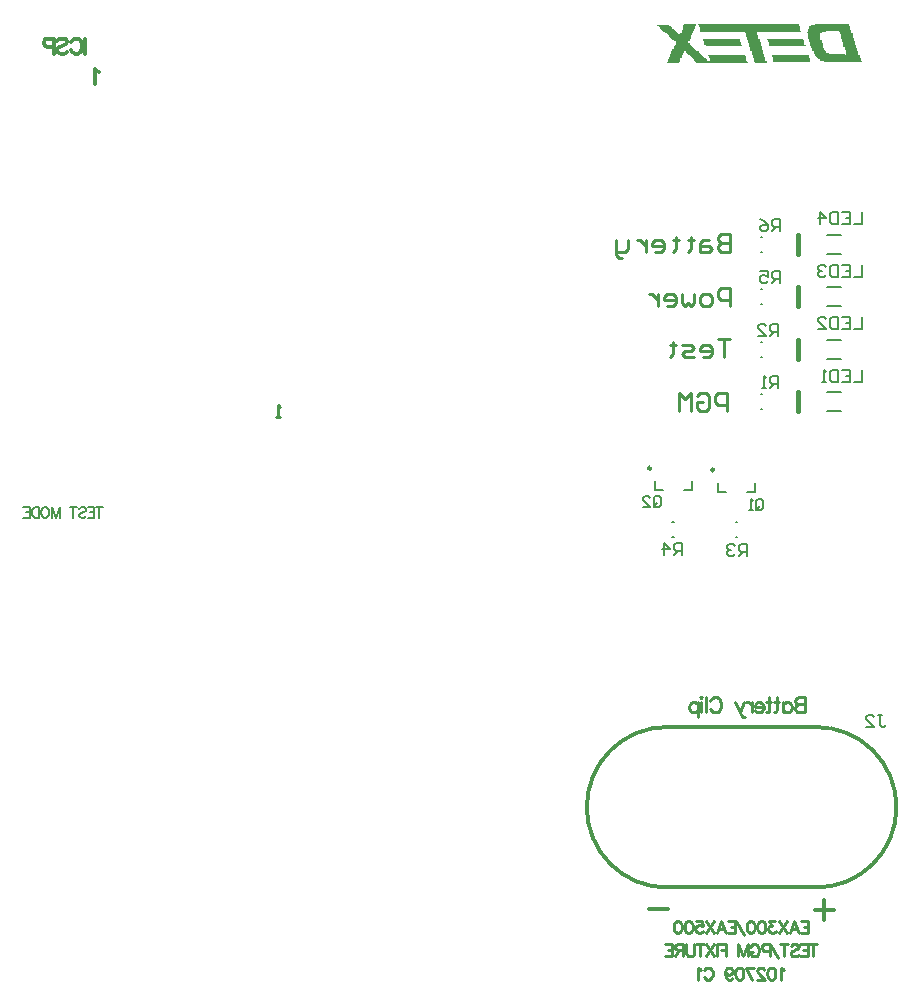
<source format=gbo>
G04 Layer_Color=32896*
%FSAX24Y24*%
%MOIN*%
G70*
G01*
G75*
%ADD13C,0.0120*%
%ADD26C,0.0100*%
%ADD29C,0.0079*%
%ADD30C,0.0070*%
%ADD31C,0.0080*%
%ADD41C,0.0098*%
%ADD42C,0.0157*%
G36*
X-003419Y032057D02*
Y032019D01*
X-003381D01*
Y031980D01*
Y031942D01*
Y031904D01*
Y031866D01*
X-003343D01*
Y031827D01*
X-004797D01*
Y031789D01*
Y031751D01*
Y031712D01*
X-004759D01*
Y031674D01*
Y031636D01*
Y031598D01*
X-004721D01*
Y031559D01*
Y031521D01*
Y031483D01*
X-004682D01*
Y031444D01*
Y031406D01*
Y031368D01*
X-004644D01*
Y031330D01*
Y031291D01*
Y031253D01*
Y031215D01*
X-004606D01*
Y031177D01*
Y031138D01*
Y031100D01*
X-004568D01*
Y031062D01*
Y031023D01*
Y030985D01*
X-004529D01*
Y030947D01*
Y030909D01*
Y030870D01*
X-004491D01*
Y030832D01*
Y030794D01*
X-004874D01*
Y030832D01*
X-004912D01*
Y030870D01*
Y030909D01*
Y030947D01*
X-004950D01*
Y030985D01*
Y031023D01*
Y031062D01*
X-004989D01*
Y031100D01*
Y031138D01*
Y031177D01*
X-005027D01*
Y031215D01*
Y031253D01*
Y031291D01*
Y031330D01*
X-005065D01*
Y031368D01*
Y031406D01*
Y031444D01*
X-005103D01*
Y031483D01*
Y031521D01*
Y031559D01*
X-005142D01*
Y031598D01*
Y031636D01*
Y031674D01*
X-005180D01*
Y031712D01*
Y031751D01*
Y031789D01*
X-005218D01*
Y031827D01*
X-006711D01*
Y031866D01*
Y031904D01*
Y031942D01*
Y031980D01*
X-006749D01*
Y032019D01*
Y032057D01*
X-006788D01*
Y032095D01*
X-003419D01*
Y032057D01*
D02*
G37*
G36*
X-001735D02*
Y032019D01*
X-001697D01*
Y031980D01*
Y031942D01*
Y031904D01*
X-001659D01*
Y031866D01*
Y031827D01*
Y031789D01*
X-001620D01*
Y031751D01*
Y031712D01*
Y031674D01*
Y031636D01*
X-001582D01*
Y031598D01*
Y031559D01*
Y031521D01*
X-001544D01*
Y031483D01*
Y031444D01*
Y031406D01*
X-001506D01*
Y031368D01*
Y031330D01*
Y031291D01*
X-001467D01*
Y031253D01*
Y031215D01*
Y031177D01*
X-001429D01*
Y031138D01*
Y031100D01*
Y031062D01*
X-001391D01*
Y031023D01*
Y030985D01*
Y030947D01*
X-001352D01*
Y030909D01*
Y030870D01*
X-001314D01*
Y030832D01*
X-002577D01*
Y030870D01*
X-002692D01*
Y030909D01*
X-002769D01*
Y030947D01*
X-002807D01*
Y030985D01*
X-002845D01*
Y031023D01*
X-002883D01*
Y031062D01*
Y031100D01*
X-002922D01*
Y031138D01*
Y031177D01*
X-002960D01*
Y031215D01*
Y031253D01*
Y031291D01*
X-002998D01*
Y031330D01*
Y031368D01*
X-003037D01*
Y031406D01*
Y031444D01*
Y031483D01*
X-003075D01*
Y031521D01*
Y031559D01*
Y031598D01*
X-003113D01*
Y031636D01*
Y031674D01*
Y031712D01*
Y031751D01*
Y031789D01*
X-003151D01*
Y031827D01*
X-003113D01*
Y031866D01*
Y031904D01*
Y031942D01*
X-003075D01*
Y031980D01*
Y032019D01*
X-002998D01*
Y032057D01*
X-002883D01*
Y032095D01*
X-001735D01*
Y032057D01*
D02*
G37*
G36*
X-003075Y031023D02*
Y030985D01*
Y030947D01*
X-003037D01*
Y030909D01*
Y030870D01*
Y030832D01*
X-004261D01*
Y030870D01*
Y030909D01*
Y030947D01*
Y030985D01*
X-004300D01*
Y031023D01*
Y031062D01*
X-003075D01*
Y031023D01*
D02*
G37*
G36*
X-006826Y032057D02*
Y032019D01*
X-006864D01*
Y031980D01*
Y031942D01*
X-006902D01*
Y031904D01*
Y031866D01*
X-006941D01*
Y031827D01*
Y031789D01*
X-006979D01*
Y031751D01*
Y031712D01*
X-007017D01*
Y031674D01*
Y031636D01*
Y031598D01*
X-007056D01*
Y031559D01*
Y031521D01*
X-007094D01*
Y031483D01*
Y031444D01*
X-007056D01*
Y031406D01*
X-007017D01*
Y031368D01*
X-006979D01*
Y031330D01*
X-006941D01*
Y031291D01*
X-006902D01*
Y031253D01*
X-006864D01*
Y031215D01*
X-006826D01*
Y031177D01*
X-006749D01*
Y031138D01*
X-006711D01*
Y031100D01*
X-006673D01*
Y031062D01*
X-006635D01*
Y031023D01*
X-006596D01*
Y030985D01*
X-006558D01*
Y030947D01*
X-006520D01*
Y030909D01*
X-006481D01*
Y030870D01*
X-006405D01*
Y030832D01*
X-006367D01*
Y030870D01*
Y030909D01*
Y030947D01*
X-006405D01*
Y030985D01*
Y031023D01*
X-006443D01*
Y031062D01*
X-005218D01*
Y031023D01*
X-005180D01*
Y030985D01*
Y030947D01*
Y030909D01*
Y030870D01*
X-005140D01*
X-005120Y030794D01*
X-006826D01*
Y030832D01*
X-006864D01*
Y030870D01*
X-006902D01*
Y030909D01*
X-006941D01*
Y030947D01*
X-006979D01*
Y030985D01*
X-007017D01*
Y031023D01*
X-007056D01*
Y031062D01*
X-007094D01*
Y031100D01*
X-007132D01*
Y031138D01*
X-007170D01*
Y031177D01*
X-007247D01*
Y031138D01*
X-007285D01*
Y031100D01*
Y031062D01*
X-007324D01*
Y031023D01*
Y030985D01*
Y030947D01*
X-007362D01*
Y030909D01*
Y030870D01*
Y030832D01*
X-007400D01*
Y030794D01*
X-007821D01*
Y030832D01*
X-007783D01*
Y030870D01*
Y030909D01*
X-007745D01*
Y030947D01*
Y030985D01*
X-007706D01*
Y031023D01*
Y031062D01*
Y031100D01*
X-007668D01*
Y031138D01*
Y031177D01*
X-007630D01*
Y031215D01*
Y031253D01*
X-007591D01*
Y031291D01*
Y031330D01*
Y031368D01*
X-007553D01*
Y031406D01*
X-007515D01*
Y031444D01*
Y031483D01*
Y031521D01*
X-007591D01*
Y031559D01*
X-007630D01*
Y031598D01*
X-007668D01*
Y031636D01*
X-007706D01*
Y031674D01*
X-007745D01*
Y031712D01*
X-007783D01*
Y031751D01*
X-007821D01*
Y031789D01*
X-007859D01*
Y031827D01*
X-007936D01*
Y031866D01*
X-007974D01*
Y031904D01*
X-008013D01*
Y031942D01*
X-008051D01*
Y031980D01*
X-008089D01*
Y032019D01*
X-008127D01*
Y032057D01*
X-007745D01*
Y032019D01*
X-007668D01*
Y031980D01*
X-007630D01*
Y031942D01*
X-007591D01*
Y031904D01*
X-007553D01*
Y031866D01*
X-007515D01*
Y031827D01*
X-007477D01*
Y031789D01*
X-007438D01*
Y031751D01*
X-007362D01*
Y031789D01*
X-007324D01*
Y031827D01*
Y031866D01*
Y031904D01*
X-007285D01*
Y031942D01*
Y031980D01*
Y032019D01*
Y032057D01*
X-007247D01*
Y032095D01*
X-006826D01*
Y032057D01*
D02*
G37*
G36*
X-003266Y031559D02*
X-003228D01*
Y031521D01*
Y031483D01*
Y031444D01*
Y031406D01*
X-003190D01*
Y031368D01*
X-004415D01*
Y031406D01*
Y031444D01*
Y031483D01*
X-004453D01*
Y031521D01*
Y031559D01*
X-004491D01*
Y031598D01*
X-003266D01*
Y031559D01*
D02*
G37*
G36*
X-005360Y031483D02*
X-005333D01*
Y031444D01*
Y031406D01*
X-005295D01*
Y031368D01*
X-006520D01*
Y031406D01*
X-006558D01*
Y031444D01*
Y031483D01*
Y031521D01*
X-006596D01*
Y031559D01*
Y031598D01*
X-005360D01*
Y031483D01*
D02*
G37*
%LPC*%
G36*
X-002080Y031866D02*
X-002501D01*
Y031827D01*
X-002654D01*
Y031789D01*
X-002692D01*
Y031751D01*
Y031712D01*
Y031674D01*
Y031636D01*
Y031598D01*
Y031559D01*
X-002654D01*
Y031521D01*
Y031483D01*
Y031444D01*
X-002616D01*
Y031406D01*
Y031368D01*
Y031330D01*
Y031291D01*
X-002577D01*
Y031253D01*
Y031215D01*
X-002539D01*
Y031177D01*
X-002501D01*
Y031138D01*
X-002424D01*
Y031100D01*
X-001888D01*
Y031062D01*
X-001850D01*
Y031100D01*
Y031138D01*
Y031177D01*
Y031215D01*
X-001888D01*
Y031253D01*
Y031291D01*
Y031330D01*
X-001927D01*
Y031368D01*
Y031406D01*
Y031444D01*
Y031483D01*
X-001965D01*
Y031521D01*
Y031559D01*
Y031598D01*
X-002003D01*
Y031636D01*
Y031674D01*
Y031712D01*
Y031751D01*
X-002041D01*
Y031789D01*
Y031827D01*
X-002080D01*
Y031866D01*
D02*
G37*
%LPD*%
D13*
X-007800Y008660D02*
G03*
X-007800Y003310I-000007J-002675D01*
G01*
X-002850D02*
G03*
X-002850Y008660I000017J002675D01*
G01*
X-007800D02*
X-002850D01*
X-007800Y003310D02*
X-002850D01*
X-007760Y002581D02*
X-008403D01*
X-002561Y002883D02*
Y002240D01*
X-002240Y002561D02*
X-002883D01*
X-026750Y030505D02*
X-026798Y030528D01*
X-026869Y030600D01*
Y030100D01*
X-027200Y031600D02*
Y031100D01*
X-027662Y031481D02*
X-027638Y031528D01*
X-027590Y031576D01*
X-027543Y031600D01*
X-027448D01*
X-027400Y031576D01*
X-027352Y031528D01*
X-027329Y031481D01*
X-027305Y031409D01*
Y031290D01*
X-027329Y031219D01*
X-027352Y031171D01*
X-027400Y031124D01*
X-027448Y031100D01*
X-027543D01*
X-027590Y031124D01*
X-027638Y031171D01*
X-027662Y031219D01*
X-028136Y031528D02*
X-028088Y031576D01*
X-028016Y031600D01*
X-027921D01*
X-027850Y031576D01*
X-027802Y031528D01*
Y031481D01*
X-027826Y031433D01*
X-027850Y031409D01*
X-027897Y031386D01*
X-028040Y031338D01*
X-028088Y031314D01*
X-028112Y031290D01*
X-028136Y031243D01*
Y031171D01*
X-028088Y031124D01*
X-028016Y031100D01*
X-027921D01*
X-027850Y031124D01*
X-027802Y031171D01*
X-028247Y031338D02*
X-028462D01*
X-028533Y031362D01*
X-028557Y031386D01*
X-028581Y031433D01*
Y031505D01*
X-028557Y031552D01*
X-028533Y031576D01*
X-028462Y031600D01*
X-028247D01*
Y031100D01*
D26*
X-003348Y002194D02*
X-003101D01*
Y001794D01*
X-003348D01*
X-003101Y002004D02*
X-003253D01*
X-003719Y001794D02*
X-003567Y002194D01*
X-003415Y001794D01*
X-003472Y001927D02*
X-003662D01*
X-003813Y002194D02*
X-004079Y001794D01*
Y002194D02*
X-003813Y001794D01*
X-004207Y002194D02*
X-004416D01*
X-004302Y002042D01*
X-004359D01*
X-004397Y002023D01*
X-004416Y002004D01*
X-004436Y001946D01*
Y001908D01*
X-004416Y001851D01*
X-004378Y001813D01*
X-004321Y001794D01*
X-004264D01*
X-004207Y001813D01*
X-004188Y001832D01*
X-004169Y001870D01*
X-004639Y002194D02*
X-004582Y002175D01*
X-004544Y002118D01*
X-004525Y002023D01*
Y001965D01*
X-004544Y001870D01*
X-004582Y001813D01*
X-004639Y001794D01*
X-004677D01*
X-004735Y001813D01*
X-004773Y001870D01*
X-004792Y001965D01*
Y002023D01*
X-004773Y002118D01*
X-004735Y002175D01*
X-004677Y002194D01*
X-004639D01*
X-004995D02*
X-004938Y002175D01*
X-004900Y002118D01*
X-004881Y002023D01*
Y001965D01*
X-004900Y001870D01*
X-004938Y001813D01*
X-004995Y001794D01*
X-005033D01*
X-005091Y001813D01*
X-005129Y001870D01*
X-005148Y001965D01*
Y002023D01*
X-005129Y002118D01*
X-005091Y002175D01*
X-005033Y002194D01*
X-004995D01*
X-005237Y001737D02*
X-005504Y002194D01*
X-005778D02*
X-005531D01*
Y001794D01*
X-005778D01*
X-005531Y002004D02*
X-005683D01*
X-006149Y001794D02*
X-005997Y002194D01*
X-005845Y001794D01*
X-005902Y001927D02*
X-006092D01*
X-006243Y002194D02*
X-006509Y001794D01*
Y002194D02*
X-006243Y001794D01*
X-006827Y002194D02*
X-006637D01*
X-006618Y002023D01*
X-006637Y002042D01*
X-006694Y002061D01*
X-006751D01*
X-006808Y002042D01*
X-006846Y002004D01*
X-006865Y001946D01*
Y001908D01*
X-006846Y001851D01*
X-006808Y001813D01*
X-006751Y001794D01*
X-006694D01*
X-006637Y001813D01*
X-006618Y001832D01*
X-006599Y001870D01*
X-007069Y002194D02*
X-007012Y002175D01*
X-006974Y002118D01*
X-006955Y002023D01*
Y001965D01*
X-006974Y001870D01*
X-007012Y001813D01*
X-007069Y001794D01*
X-007107D01*
X-007164Y001813D01*
X-007203Y001870D01*
X-007222Y001965D01*
Y002023D01*
X-007203Y002118D01*
X-007164Y002175D01*
X-007107Y002194D01*
X-007069D01*
X-007425D02*
X-007368Y002175D01*
X-007330Y002118D01*
X-007311Y002023D01*
Y001965D01*
X-007330Y001870D01*
X-007368Y001813D01*
X-007425Y001794D01*
X-007463D01*
X-007521Y001813D01*
X-007559Y001870D01*
X-007578Y001965D01*
Y002023D01*
X-007559Y002118D01*
X-007521Y002175D01*
X-007463Y002194D01*
X-007425D01*
X-002929Y001417D02*
Y001017D01*
X-002796Y001417D02*
X-003062D01*
X-003358D02*
X-003110D01*
Y001017D01*
X-003358D01*
X-003110Y001227D02*
X-003262D01*
X-003691Y001360D02*
X-003653Y001398D01*
X-003596Y001417D01*
X-003520D01*
X-003462Y001398D01*
X-003424Y001360D01*
Y001322D01*
X-003443Y001284D01*
X-003462Y001265D01*
X-003500Y001246D01*
X-003615Y001207D01*
X-003653Y001188D01*
X-003672Y001169D01*
X-003691Y001131D01*
Y001074D01*
X-003653Y001036D01*
X-003596Y001017D01*
X-003520D01*
X-003462Y001036D01*
X-003424Y001074D01*
X-003914Y001417D02*
Y001017D01*
X-003780Y001417D02*
X-004047D01*
X-004095Y000960D02*
X-004361Y001417D01*
X-004388Y001207D02*
X-004559D01*
X-004616Y001227D01*
X-004635Y001246D01*
X-004655Y001284D01*
Y001341D01*
X-004635Y001379D01*
X-004616Y001398D01*
X-004559Y001417D01*
X-004388D01*
Y001017D01*
X-005030Y001322D02*
X-005011Y001360D01*
X-004973Y001398D01*
X-004934Y001417D01*
X-004858D01*
X-004820Y001398D01*
X-004782Y001360D01*
X-004763Y001322D01*
X-004744Y001265D01*
Y001169D01*
X-004763Y001112D01*
X-004782Y001074D01*
X-004820Y001036D01*
X-004858Y001017D01*
X-004934D01*
X-004973Y001036D01*
X-005011Y001074D01*
X-005030Y001112D01*
Y001169D01*
X-004934D02*
X-005030D01*
X-005121Y001417D02*
Y001017D01*
Y001417D02*
X-005273Y001017D01*
X-005426Y001417D02*
X-005273Y001017D01*
X-005426Y001417D02*
Y001017D01*
X-005854Y001417D02*
Y001017D01*
Y001417D02*
X-006102D01*
X-005854Y001227D02*
X-006007D01*
X-006148Y001417D02*
Y001017D01*
X-006231Y001417D02*
X-006498Y001017D01*
Y001417D02*
X-006231Y001017D01*
X-006721Y001417D02*
Y001017D01*
X-006587Y001417D02*
X-006854D01*
X-006902D02*
Y001131D01*
X-006921Y001074D01*
X-006959Y001036D01*
X-007016Y001017D01*
X-007054D01*
X-007111Y001036D01*
X-007149Y001074D01*
X-007168Y001131D01*
Y001417D01*
X-007279D02*
Y001017D01*
Y001417D02*
X-007450D01*
X-007507Y001398D01*
X-007526Y001379D01*
X-007545Y001341D01*
Y001303D01*
X-007526Y001265D01*
X-007507Y001246D01*
X-007450Y001227D01*
X-007279D01*
X-007412D02*
X-007545Y001017D01*
X-007882Y001417D02*
X-007635D01*
Y001017D01*
X-007882D01*
X-007635Y001227D02*
X-007787D01*
X-003898Y000564D02*
X-003937Y000583D01*
X-003994Y000640D01*
Y000240D01*
X-004306Y000640D02*
X-004249Y000621D01*
X-004211Y000564D01*
X-004192Y000469D01*
Y000411D01*
X-004211Y000316D01*
X-004249Y000259D01*
X-004306Y000240D01*
X-004344D01*
X-004401Y000259D01*
X-004439Y000316D01*
X-004458Y000411D01*
Y000469D01*
X-004439Y000564D01*
X-004401Y000621D01*
X-004344Y000640D01*
X-004306D01*
X-004567Y000545D02*
Y000564D01*
X-004586Y000602D01*
X-004605Y000621D01*
X-004643Y000640D01*
X-004719D01*
X-004757Y000621D01*
X-004776Y000602D01*
X-004795Y000564D01*
Y000526D01*
X-004776Y000488D01*
X-004738Y000430D01*
X-004548Y000240D01*
X-004814D01*
X-005171Y000640D02*
X-004980Y000240D01*
X-004904Y000640D02*
X-005171D01*
X-005374D02*
X-005317Y000621D01*
X-005279Y000564D01*
X-005260Y000469D01*
Y000411D01*
X-005279Y000316D01*
X-005317Y000259D01*
X-005374Y000240D01*
X-005412D01*
X-005470Y000259D01*
X-005508Y000316D01*
X-005527Y000411D01*
Y000469D01*
X-005508Y000564D01*
X-005470Y000621D01*
X-005412Y000640D01*
X-005374D01*
X-005864Y000507D02*
X-005845Y000449D01*
X-005807Y000411D01*
X-005750Y000392D01*
X-005730D01*
X-005673Y000411D01*
X-005635Y000449D01*
X-005616Y000507D01*
Y000526D01*
X-005635Y000583D01*
X-005673Y000621D01*
X-005730Y000640D01*
X-005750D01*
X-005807Y000621D01*
X-005845Y000583D01*
X-005864Y000507D01*
Y000411D01*
X-005845Y000316D01*
X-005807Y000259D01*
X-005750Y000240D01*
X-005711D01*
X-005654Y000259D01*
X-005635Y000297D01*
X-006572Y000545D02*
X-006553Y000583D01*
X-006515Y000621D01*
X-006477Y000640D01*
X-006401D01*
X-006363Y000621D01*
X-006325Y000583D01*
X-006306Y000545D01*
X-006287Y000488D01*
Y000392D01*
X-006306Y000335D01*
X-006325Y000297D01*
X-006363Y000259D01*
X-006401Y000240D01*
X-006477D01*
X-006515Y000259D01*
X-006553Y000297D01*
X-006572Y000335D01*
X-006685Y000564D02*
X-006723Y000583D01*
X-006780Y000640D01*
Y000240D01*
X-020700Y019000D02*
X-020833D01*
X-020767D01*
Y019400D01*
X-020700Y019333D01*
X-005700Y025100D02*
Y024500D01*
X-006000D01*
X-006100Y024600D01*
Y024700D01*
X-006000Y024800D01*
X-005700D01*
X-006000D01*
X-006100Y024900D01*
Y025000D01*
X-006000Y025100D01*
X-005700D01*
X-006400Y024900D02*
X-006600D01*
X-006700Y024800D01*
Y024500D01*
X-006400D01*
X-006300Y024600D01*
X-006400Y024700D01*
X-006700D01*
X-007000Y025000D02*
Y024900D01*
X-006900D01*
X-007100D01*
X-007000D01*
Y024600D01*
X-007100Y024500D01*
X-007499Y025000D02*
Y024900D01*
X-007399D01*
X-007599D01*
X-007499D01*
Y024600D01*
X-007599Y024500D01*
X-008199D02*
X-007999D01*
X-007899Y024600D01*
Y024800D01*
X-007999Y024900D01*
X-008199D01*
X-008299Y024800D01*
Y024700D01*
X-007899D01*
X-008499Y024900D02*
Y024500D01*
Y024700D01*
X-008599Y024800D01*
X-008699Y024900D01*
X-008799D01*
X-009099D02*
Y024600D01*
X-009199Y024500D01*
X-009499D01*
Y024400D01*
X-009399Y024300D01*
X-009299D01*
X-009499Y024500D02*
Y024900D01*
X-005700Y022700D02*
Y023300D01*
X-006000D01*
X-006100Y023200D01*
Y023000D01*
X-006000Y022900D01*
X-005700D01*
X-006400Y022700D02*
X-006600D01*
X-006700Y022800D01*
Y023000D01*
X-006600Y023100D01*
X-006400D01*
X-006300Y023000D01*
Y022800D01*
X-006400Y022700D01*
X-006900Y023100D02*
Y022800D01*
X-007000Y022700D01*
X-007100Y022800D01*
X-007200Y022700D01*
X-007299Y022800D01*
Y023100D01*
X-007799Y022700D02*
X-007599D01*
X-007499Y022800D01*
Y023000D01*
X-007599Y023100D01*
X-007799D01*
X-007899Y023000D01*
Y022900D01*
X-007499D01*
X-008099Y023100D02*
Y022700D01*
Y022900D01*
X-008199Y023000D01*
X-008299Y023100D01*
X-008399D01*
X-005700Y021600D02*
X-006100D01*
X-005900D01*
Y021000D01*
X-006600D02*
X-006400D01*
X-006300Y021100D01*
Y021300D01*
X-006400Y021400D01*
X-006600D01*
X-006700Y021300D01*
Y021200D01*
X-006300D01*
X-006900Y021000D02*
X-007200D01*
X-007299Y021100D01*
X-007200Y021200D01*
X-007000D01*
X-006900Y021300D01*
X-007000Y021400D01*
X-007299D01*
X-007599Y021500D02*
Y021400D01*
X-007499D01*
X-007699D01*
X-007599D01*
Y021100D01*
X-007699Y021000D01*
X-005800Y019200D02*
Y019800D01*
X-006100D01*
X-006200Y019700D01*
Y019500D01*
X-006100Y019400D01*
X-005800D01*
X-006800Y019700D02*
X-006700Y019800D01*
X-006500D01*
X-006400Y019700D01*
Y019300D01*
X-006500Y019200D01*
X-006700D01*
X-006800Y019300D01*
Y019500D01*
X-006600D01*
X-007000Y019200D02*
Y019800D01*
X-007200Y019600D01*
X-007399Y019800D01*
Y019200D01*
X-003200Y009650D02*
Y009150D01*
Y009650D02*
X-003414D01*
X-003486Y009626D01*
X-003509Y009602D01*
X-003533Y009555D01*
Y009507D01*
X-003509Y009459D01*
X-003486Y009436D01*
X-003414Y009412D01*
X-003200D02*
X-003414D01*
X-003486Y009388D01*
X-003509Y009364D01*
X-003533Y009317D01*
Y009245D01*
X-003509Y009198D01*
X-003486Y009174D01*
X-003414Y009150D01*
X-003200D01*
X-003931Y009483D02*
Y009150D01*
Y009412D02*
X-003883Y009459D01*
X-003836Y009483D01*
X-003764D01*
X-003717Y009459D01*
X-003669Y009412D01*
X-003645Y009340D01*
Y009293D01*
X-003669Y009221D01*
X-003717Y009174D01*
X-003764Y009150D01*
X-003836D01*
X-003883Y009174D01*
X-003931Y009221D01*
X-004136Y009650D02*
Y009245D01*
X-004159Y009174D01*
X-004207Y009150D01*
X-004255D01*
X-004064Y009483D02*
X-004231D01*
X-004397Y009650D02*
Y009245D01*
X-004421Y009174D01*
X-004469Y009150D01*
X-004516D01*
X-004326Y009483D02*
X-004493D01*
X-004588Y009340D02*
X-004873D01*
Y009388D01*
X-004850Y009436D01*
X-004826Y009459D01*
X-004778Y009483D01*
X-004707D01*
X-004659Y009459D01*
X-004612Y009412D01*
X-004588Y009340D01*
Y009293D01*
X-004612Y009221D01*
X-004659Y009174D01*
X-004707Y009150D01*
X-004778D01*
X-004826Y009174D01*
X-004873Y009221D01*
X-004981Y009483D02*
Y009150D01*
Y009340D02*
X-005004Y009412D01*
X-005052Y009459D01*
X-005100Y009483D01*
X-005171D01*
X-005240D02*
X-005383Y009150D01*
X-005526Y009483D02*
X-005383Y009150D01*
X-005335Y009055D01*
X-005288Y009007D01*
X-005240Y008983D01*
X-005216D01*
X-006359Y009531D02*
X-006335Y009578D01*
X-006287Y009626D01*
X-006240Y009650D01*
X-006145D01*
X-006097Y009626D01*
X-006049Y009578D01*
X-006026Y009531D01*
X-006002Y009459D01*
Y009340D01*
X-006026Y009269D01*
X-006049Y009221D01*
X-006097Y009174D01*
X-006145Y009150D01*
X-006240D01*
X-006287Y009174D01*
X-006335Y009221D01*
X-006359Y009269D01*
X-006499Y009650D02*
Y009150D01*
X-006652Y009650D02*
X-006675Y009626D01*
X-006699Y009650D01*
X-006675Y009674D01*
X-006652Y009650D01*
X-006675Y009483D02*
Y009150D01*
X-006787Y009483D02*
Y008983D01*
Y009412D02*
X-006835Y009459D01*
X-006883Y009483D01*
X-006954D01*
X-007002Y009459D01*
X-007049Y009412D01*
X-007073Y009340D01*
Y009293D01*
X-007049Y009221D01*
X-007002Y009174D01*
X-006954Y009150D01*
X-006883D01*
X-006835Y009174D01*
X-006787Y009221D01*
D29*
X-008210Y016555D02*
Y016855D01*
Y016555D02*
X-007954D01*
X-006990D02*
Y016855D01*
X-007246Y016555D02*
X-006990D01*
X-006110Y016505D02*
Y016805D01*
Y016505D02*
X-005854D01*
X-004890D02*
Y016805D01*
X-005146Y016505D02*
X-004890D01*
X-004683Y025006D02*
X-004644D01*
X-004683Y024494D02*
X-004644D01*
X-004683Y023256D02*
X-004644D01*
X-004683Y022744D02*
X-004644D01*
X-007630Y015506D02*
X-007590D01*
X-007630Y014994D02*
X-007590D01*
X-005520Y015506D02*
X-005480D01*
X-005520Y014994D02*
X-005480D01*
X-004683Y021506D02*
X-004644D01*
X-004683Y020994D02*
X-004644D01*
X-004683Y019756D02*
X-004644D01*
X-004683Y019244D02*
X-004644D01*
X-002487Y019185D02*
X-002013D01*
X-002487Y019815D02*
X-002013D01*
X-002487Y020935D02*
X-002013D01*
X-002487Y021565D02*
X-002013D01*
X-002487Y022685D02*
X-002013D01*
X-002487Y023315D02*
X-002013D01*
X-002487Y024435D02*
X-002013D01*
X-002487Y025065D02*
X-002013D01*
X-026733Y015986D02*
Y015636D01*
X-026617Y015986D02*
X-026850D01*
X-027108D02*
X-026892D01*
Y015636D01*
X-027108D01*
X-026892Y015820D02*
X-027025D01*
X-027400Y015936D02*
X-027367Y015970D01*
X-027317Y015986D01*
X-027250D01*
X-027200Y015970D01*
X-027167Y015936D01*
Y015903D01*
X-027183Y015870D01*
X-027200Y015853D01*
X-027233Y015836D01*
X-027333Y015803D01*
X-027367Y015786D01*
X-027383Y015770D01*
X-027400Y015736D01*
Y015686D01*
X-027367Y015653D01*
X-027317Y015636D01*
X-027250D01*
X-027200Y015653D01*
X-027167Y015686D01*
X-027595Y015986D02*
Y015636D01*
X-027478Y015986D02*
X-027712D01*
X-028028D02*
Y015636D01*
Y015986D02*
X-028161Y015636D01*
X-028295Y015986D02*
X-028161Y015636D01*
X-028295Y015986D02*
Y015636D01*
X-028495Y015986D02*
X-028461Y015970D01*
X-028428Y015936D01*
X-028411Y015903D01*
X-028395Y015853D01*
Y015770D01*
X-028411Y015720D01*
X-028428Y015686D01*
X-028461Y015653D01*
X-028495Y015636D01*
X-028561D01*
X-028595Y015653D01*
X-028628Y015686D01*
X-028645Y015720D01*
X-028661Y015770D01*
Y015853D01*
X-028645Y015903D01*
X-028628Y015936D01*
X-028595Y015970D01*
X-028561Y015986D01*
X-028495D01*
X-028743D02*
Y015636D01*
Y015986D02*
X-028860D01*
X-028910Y015970D01*
X-028943Y015936D01*
X-028960Y015903D01*
X-028976Y015853D01*
Y015770D01*
X-028960Y015720D01*
X-028943Y015686D01*
X-028910Y015653D01*
X-028860Y015636D01*
X-028743D01*
X-029271Y015986D02*
X-029055D01*
Y015636D01*
X-029271D01*
X-029055Y015820D02*
X-029188D01*
D30*
X-008256Y016058D02*
Y016292D01*
X-008198Y016350D01*
X-008082D01*
X-008023Y016292D01*
Y016058D01*
X-008082Y016000D01*
X-008198D01*
X-008140Y016117D02*
X-008256Y016000D01*
X-008198D02*
X-008256Y016058D01*
X-008606Y016000D02*
X-008373D01*
X-008606Y016233D01*
Y016292D01*
X-008548Y016350D01*
X-008431D01*
X-008373Y016292D01*
X-004833Y015958D02*
Y016192D01*
X-004775Y016250D01*
X-004658D01*
X-004600Y016192D01*
Y015958D01*
X-004658Y015900D01*
X-004775D01*
X-004717Y016017D02*
X-004833Y015900D01*
X-004775D02*
X-004833Y015958D01*
X-004950Y015900D02*
X-005067D01*
X-005008D01*
Y016250D01*
X-004950Y016192D01*
D31*
X-001296Y025820D02*
Y025420D01*
X-001563D01*
X-001963Y025820D02*
X-001696D01*
Y025420D01*
X-001963D01*
X-001696Y025620D02*
X-001830D01*
X-002096Y025820D02*
Y025420D01*
X-002296D01*
X-002363Y025487D01*
Y025753D01*
X-002296Y025820D01*
X-002096D01*
X-002696Y025420D02*
Y025820D01*
X-002496Y025620D01*
X-002763D01*
X-001296Y024070D02*
Y023670D01*
X-001563D01*
X-001963Y024070D02*
X-001696D01*
Y023670D01*
X-001963D01*
X-001696Y023870D02*
X-001830D01*
X-002096Y024070D02*
Y023670D01*
X-002296D01*
X-002363Y023737D01*
Y024003D01*
X-002296Y024070D01*
X-002096D01*
X-002496Y024003D02*
X-002563Y024070D01*
X-002696D01*
X-002763Y024003D01*
Y023937D01*
X-002696Y023870D01*
X-002629D01*
X-002696D01*
X-002763Y023803D01*
Y023737D01*
X-002696Y023670D01*
X-002563D01*
X-002496Y023737D01*
X-001296Y022320D02*
Y021920D01*
X-001563D01*
X-001963Y022320D02*
X-001696D01*
Y021920D01*
X-001963D01*
X-001696Y022120D02*
X-001830D01*
X-002096Y022320D02*
Y021920D01*
X-002296D01*
X-002363Y021987D01*
Y022253D01*
X-002296Y022320D01*
X-002096D01*
X-002763Y021920D02*
X-002496D01*
X-002763Y022187D01*
Y022253D01*
X-002696Y022320D01*
X-002563D01*
X-002496Y022253D01*
X-001296Y020570D02*
Y020170D01*
X-001563D01*
X-001963Y020570D02*
X-001696D01*
Y020170D01*
X-001963D01*
X-001696Y020370D02*
X-001830D01*
X-002096Y020570D02*
Y020170D01*
X-002296D01*
X-002363Y020237D01*
Y020503D01*
X-002296Y020570D01*
X-002096D01*
X-002496Y020170D02*
X-002629D01*
X-002563D01*
Y020570D01*
X-002496Y020503D01*
X-004033Y025200D02*
Y025600D01*
X-004233D01*
X-004300Y025533D01*
Y025400D01*
X-004233Y025333D01*
X-004033D01*
X-004167D02*
X-004300Y025200D01*
X-004700Y025600D02*
X-004567Y025533D01*
X-004433Y025400D01*
Y025267D01*
X-004500Y025200D01*
X-004633D01*
X-004700Y025267D01*
Y025333D01*
X-004633Y025400D01*
X-004433D01*
X-004033Y023450D02*
Y023850D01*
X-004233D01*
X-004300Y023783D01*
Y023650D01*
X-004233Y023583D01*
X-004033D01*
X-004167D02*
X-004300Y023450D01*
X-004700Y023850D02*
X-004433D01*
Y023650D01*
X-004567Y023717D01*
X-004633D01*
X-004700Y023650D01*
Y023517D01*
X-004633Y023450D01*
X-004500D01*
X-004433Y023517D01*
X-007300Y014400D02*
Y014800D01*
X-007500D01*
X-007567Y014733D01*
Y014600D01*
X-007500Y014533D01*
X-007300D01*
X-007433D02*
X-007567Y014400D01*
X-007900D02*
Y014800D01*
X-007700Y014600D01*
X-007966D01*
X-005150Y014350D02*
Y014750D01*
X-005350D01*
X-005417Y014683D01*
Y014550D01*
X-005350Y014483D01*
X-005150D01*
X-005283D02*
X-005417Y014350D01*
X-005550Y014683D02*
X-005617Y014750D01*
X-005750D01*
X-005816Y014683D01*
Y014617D01*
X-005750Y014550D01*
X-005683D01*
X-005750D01*
X-005816Y014483D01*
Y014417D01*
X-005750Y014350D01*
X-005617D01*
X-005550Y014417D01*
X-004123Y021700D02*
Y022100D01*
X-004323D01*
X-004390Y022033D01*
Y021900D01*
X-004323Y021833D01*
X-004123D01*
X-004257D02*
X-004390Y021700D01*
X-004790D02*
X-004523D01*
X-004790Y021967D01*
Y022033D01*
X-004723Y022100D01*
X-004590D01*
X-004523Y022033D01*
X-004103Y019950D02*
Y020350D01*
X-004303D01*
X-004370Y020283D01*
Y020150D01*
X-004303Y020083D01*
X-004103D01*
X-004237D02*
X-004370Y019950D01*
X-004503D02*
X-004637D01*
X-004570D01*
Y020350D01*
X-004503Y020283D01*
X-000767Y009050D02*
X-000633D01*
X-000700D01*
Y008717D01*
X-000633Y008650D01*
X-000567D01*
X-000500Y008717D01*
X-001166Y008650D02*
X-000900D01*
X-001166Y008917D01*
Y008983D01*
X-001100Y009050D01*
X-000967D01*
X-000900Y008983D01*
D41*
X-008338Y017283D02*
G03*
X-008338Y017283I-000049J000000D01*
G01*
X-006238Y017233D02*
G03*
X-006238Y017233I-000049J000000D01*
G01*
D42*
X-003431Y019185D02*
Y019815D01*
Y020935D02*
Y021565D01*
Y022685D02*
Y023315D01*
Y024435D02*
Y025065D01*
M02*

</source>
